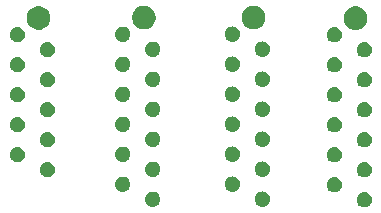
<source format=gbr>
G04 #@! TF.GenerationSoftware,KiCad,Pcbnew,5.0.2-bee76a0~70~ubuntu16.04.1*
G04 #@! TF.CreationDate,2019-11-05T16:08:15-05:00*
G04 #@! TF.ProjectId,DA_Board_2,44415f42-6f61-4726-945f-322e6b696361,rev?*
G04 #@! TF.SameCoordinates,Original*
G04 #@! TF.FileFunction,Soldermask,Bot*
G04 #@! TF.FilePolarity,Negative*
%FSLAX46Y46*%
G04 Gerber Fmt 4.6, Leading zero omitted, Abs format (unit mm)*
G04 Created by KiCad (PCBNEW 5.0.2-bee76a0~70~ubuntu16.04.1) date Tue 05 Nov 2019 04:08:15 PM EST*
%MOMM*%
%LPD*%
G01*
G04 APERTURE LIST*
%ADD10C,0.100000*%
G04 APERTURE END LIST*
D10*
G36*
X19134238Y-109539153D02*
X19176098Y-109547479D01*
X19202410Y-109558378D01*
X19294390Y-109596477D01*
X19400854Y-109667614D01*
X19491386Y-109758146D01*
X19562523Y-109864610D01*
X19611521Y-109982903D01*
X19636500Y-110108479D01*
X19636500Y-110236521D01*
X19611521Y-110362097D01*
X19562523Y-110480390D01*
X19491386Y-110586854D01*
X19400854Y-110677386D01*
X19294390Y-110748523D01*
X19210745Y-110783170D01*
X19176098Y-110797521D01*
X19134238Y-110805847D01*
X19050521Y-110822500D01*
X18922479Y-110822500D01*
X18838762Y-110805847D01*
X18796902Y-110797521D01*
X18762255Y-110783170D01*
X18678610Y-110748523D01*
X18572146Y-110677386D01*
X18481614Y-110586854D01*
X18410477Y-110480390D01*
X18361479Y-110362097D01*
X18336500Y-110236521D01*
X18336500Y-110108479D01*
X18361479Y-109982903D01*
X18410477Y-109864610D01*
X18481614Y-109758146D01*
X18572146Y-109667614D01*
X18678610Y-109596477D01*
X18770590Y-109558378D01*
X18796902Y-109547479D01*
X18838762Y-109539153D01*
X18922479Y-109522500D01*
X19050521Y-109522500D01*
X19134238Y-109539153D01*
X19134238Y-109539153D01*
G37*
G36*
X1214538Y-109501053D02*
X1256398Y-109509379D01*
X1288074Y-109522500D01*
X1374690Y-109558377D01*
X1481154Y-109629514D01*
X1571686Y-109720046D01*
X1642823Y-109826510D01*
X1691821Y-109944803D01*
X1716800Y-110070379D01*
X1716800Y-110198421D01*
X1691821Y-110323997D01*
X1642823Y-110442290D01*
X1571686Y-110548754D01*
X1481154Y-110639286D01*
X1374690Y-110710423D01*
X1291045Y-110745070D01*
X1256398Y-110759421D01*
X1214538Y-110767747D01*
X1130821Y-110784400D01*
X1002779Y-110784400D01*
X919062Y-110767747D01*
X877202Y-110759421D01*
X842555Y-110745070D01*
X758910Y-110710423D01*
X652446Y-110639286D01*
X561914Y-110548754D01*
X490777Y-110442290D01*
X441779Y-110323997D01*
X416800Y-110198421D01*
X416800Y-110070379D01*
X441779Y-109944803D01*
X490777Y-109826510D01*
X561914Y-109720046D01*
X652446Y-109629514D01*
X758910Y-109558377D01*
X845526Y-109522500D01*
X877202Y-109509379D01*
X919062Y-109501053D01*
X1002779Y-109484400D01*
X1130821Y-109484400D01*
X1214538Y-109501053D01*
X1214538Y-109501053D01*
G37*
G36*
X10478367Y-109484400D02*
X10540098Y-109496679D01*
X10570758Y-109509379D01*
X10658390Y-109545677D01*
X10764854Y-109616814D01*
X10855386Y-109707346D01*
X10926523Y-109813810D01*
X10975521Y-109932103D01*
X11000500Y-110057679D01*
X11000500Y-110185721D01*
X10975521Y-110311297D01*
X10926523Y-110429590D01*
X10855386Y-110536054D01*
X10764854Y-110626586D01*
X10658390Y-110697723D01*
X10574745Y-110732370D01*
X10540098Y-110746721D01*
X10498238Y-110755047D01*
X10414521Y-110771700D01*
X10286479Y-110771700D01*
X10202762Y-110755047D01*
X10160902Y-110746721D01*
X10126255Y-110732370D01*
X10042610Y-110697723D01*
X9936146Y-110626586D01*
X9845614Y-110536054D01*
X9774477Y-110429590D01*
X9725479Y-110311297D01*
X9700500Y-110185721D01*
X9700500Y-110057679D01*
X9725479Y-109932103D01*
X9774477Y-109813810D01*
X9845614Y-109707346D01*
X9936146Y-109616814D01*
X10042610Y-109545677D01*
X10130242Y-109509379D01*
X10160902Y-109496679D01*
X10222633Y-109484400D01*
X10286479Y-109471700D01*
X10414521Y-109471700D01*
X10478367Y-109484400D01*
X10478367Y-109484400D01*
G37*
G36*
X16594238Y-108269153D02*
X16636098Y-108277479D01*
X16662410Y-108288378D01*
X16754390Y-108326477D01*
X16860854Y-108397614D01*
X16951386Y-108488146D01*
X17022523Y-108594610D01*
X17071521Y-108712903D01*
X17096500Y-108838479D01*
X17096500Y-108966521D01*
X17071521Y-109092097D01*
X17022523Y-109210390D01*
X16951386Y-109316854D01*
X16860854Y-109407386D01*
X16754390Y-109478523D01*
X16679896Y-109509379D01*
X16636098Y-109527521D01*
X16594238Y-109535847D01*
X16510521Y-109552500D01*
X16382479Y-109552500D01*
X16298762Y-109535847D01*
X16256902Y-109527521D01*
X16213104Y-109509379D01*
X16138610Y-109478523D01*
X16032146Y-109407386D01*
X15941614Y-109316854D01*
X15870477Y-109210390D01*
X15821479Y-109092097D01*
X15796500Y-108966521D01*
X15796500Y-108838479D01*
X15821479Y-108712903D01*
X15870477Y-108594610D01*
X15941614Y-108488146D01*
X16032146Y-108397614D01*
X16138610Y-108326477D01*
X16230590Y-108288378D01*
X16256902Y-108277479D01*
X16298762Y-108269153D01*
X16382479Y-108252500D01*
X16510521Y-108252500D01*
X16594238Y-108269153D01*
X16594238Y-108269153D01*
G37*
G36*
X-1325462Y-108231053D02*
X-1283602Y-108239379D01*
X-1251926Y-108252500D01*
X-1165310Y-108288377D01*
X-1058846Y-108359514D01*
X-968314Y-108450046D01*
X-897177Y-108556510D01*
X-848179Y-108674803D01*
X-823200Y-108800379D01*
X-823200Y-108928421D01*
X-848179Y-109053997D01*
X-897177Y-109172290D01*
X-968314Y-109278754D01*
X-1058846Y-109369286D01*
X-1165310Y-109440423D01*
X-1240820Y-109471700D01*
X-1283602Y-109489421D01*
X-1320091Y-109496679D01*
X-1409179Y-109514400D01*
X-1537221Y-109514400D01*
X-1626309Y-109496679D01*
X-1662798Y-109489421D01*
X-1705580Y-109471700D01*
X-1781090Y-109440423D01*
X-1887554Y-109369286D01*
X-1978086Y-109278754D01*
X-2049223Y-109172290D01*
X-2098221Y-109053997D01*
X-2123200Y-108928421D01*
X-2123200Y-108800379D01*
X-2098221Y-108674803D01*
X-2049223Y-108556510D01*
X-1978086Y-108450046D01*
X-1887554Y-108359514D01*
X-1781090Y-108288377D01*
X-1694474Y-108252500D01*
X-1662798Y-108239379D01*
X-1620938Y-108231053D01*
X-1537221Y-108214400D01*
X-1409179Y-108214400D01*
X-1325462Y-108231053D01*
X-1325462Y-108231053D01*
G37*
G36*
X7938367Y-108214400D02*
X8000098Y-108226679D01*
X8030758Y-108239379D01*
X8118390Y-108275677D01*
X8224854Y-108346814D01*
X8315386Y-108437346D01*
X8386523Y-108543810D01*
X8435521Y-108662103D01*
X8460500Y-108787679D01*
X8460500Y-108915721D01*
X8435521Y-109041297D01*
X8386523Y-109159590D01*
X8315386Y-109266054D01*
X8224854Y-109356586D01*
X8118390Y-109427723D01*
X8034745Y-109462370D01*
X8000098Y-109476721D01*
X7961493Y-109484400D01*
X7874521Y-109501700D01*
X7746479Y-109501700D01*
X7659507Y-109484400D01*
X7620902Y-109476721D01*
X7586255Y-109462370D01*
X7502610Y-109427723D01*
X7396146Y-109356586D01*
X7305614Y-109266054D01*
X7234477Y-109159590D01*
X7185479Y-109041297D01*
X7160500Y-108915721D01*
X7160500Y-108787679D01*
X7185479Y-108662103D01*
X7234477Y-108543810D01*
X7305614Y-108437346D01*
X7396146Y-108346814D01*
X7502610Y-108275677D01*
X7590242Y-108239379D01*
X7620902Y-108226679D01*
X7682633Y-108214400D01*
X7746479Y-108201700D01*
X7874521Y-108201700D01*
X7938367Y-108214400D01*
X7938367Y-108214400D01*
G37*
G36*
X19134238Y-106999153D02*
X19176098Y-107007479D01*
X19202410Y-107018378D01*
X19294390Y-107056477D01*
X19400854Y-107127614D01*
X19491386Y-107218146D01*
X19562523Y-107324610D01*
X19611521Y-107442903D01*
X19636500Y-107568479D01*
X19636500Y-107696521D01*
X19611521Y-107822097D01*
X19562523Y-107940390D01*
X19491386Y-108046854D01*
X19400854Y-108137386D01*
X19294390Y-108208523D01*
X19219896Y-108239379D01*
X19176098Y-108257521D01*
X19134238Y-108265847D01*
X19050521Y-108282500D01*
X18922479Y-108282500D01*
X18838762Y-108265847D01*
X18796902Y-108257521D01*
X18753104Y-108239379D01*
X18678610Y-108208523D01*
X18572146Y-108137386D01*
X18481614Y-108046854D01*
X18410477Y-107940390D01*
X18361479Y-107822097D01*
X18336500Y-107696521D01*
X18336500Y-107568479D01*
X18361479Y-107442903D01*
X18410477Y-107324610D01*
X18481614Y-107218146D01*
X18572146Y-107127614D01*
X18678610Y-107056477D01*
X18770590Y-107018378D01*
X18796902Y-107007479D01*
X18838762Y-106999153D01*
X18922479Y-106982500D01*
X19050521Y-106982500D01*
X19134238Y-106999153D01*
X19134238Y-106999153D01*
G37*
G36*
X-7720733Y-106982500D02*
X-7659002Y-106994779D01*
X-7632690Y-107005678D01*
X-7540710Y-107043777D01*
X-7434246Y-107114914D01*
X-7343714Y-107205446D01*
X-7272577Y-107311910D01*
X-7223579Y-107430203D01*
X-7198600Y-107555779D01*
X-7198600Y-107683821D01*
X-7215253Y-107767538D01*
X-7218526Y-107783997D01*
X-7223579Y-107809397D01*
X-7272577Y-107927690D01*
X-7343714Y-108034154D01*
X-7434246Y-108124686D01*
X-7540710Y-108195823D01*
X-7615204Y-108226679D01*
X-7659002Y-108244821D01*
X-7697607Y-108252500D01*
X-7784579Y-108269800D01*
X-7912621Y-108269800D01*
X-7999593Y-108252500D01*
X-8038198Y-108244821D01*
X-8081996Y-108226679D01*
X-8156490Y-108195823D01*
X-8262954Y-108124686D01*
X-8353486Y-108034154D01*
X-8424623Y-107927690D01*
X-8473621Y-107809397D01*
X-8478673Y-107783997D01*
X-8481947Y-107767538D01*
X-8498600Y-107683821D01*
X-8498600Y-107555779D01*
X-8473621Y-107430203D01*
X-8424623Y-107311910D01*
X-8353486Y-107205446D01*
X-8262954Y-107114914D01*
X-8156490Y-107043777D01*
X-8064510Y-107005678D01*
X-8038198Y-106994779D01*
X-7976467Y-106982500D01*
X-7912621Y-106969800D01*
X-7784579Y-106969800D01*
X-7720733Y-106982500D01*
X-7720733Y-106982500D01*
G37*
G36*
X1214538Y-106961053D02*
X1256398Y-106969379D01*
X1288074Y-106982500D01*
X1374690Y-107018377D01*
X1481154Y-107089514D01*
X1571686Y-107180046D01*
X1642823Y-107286510D01*
X1658604Y-107324610D01*
X1691821Y-107404802D01*
X1699399Y-107442902D01*
X1716800Y-107530379D01*
X1716800Y-107658421D01*
X1691821Y-107783997D01*
X1642823Y-107902290D01*
X1571686Y-108008754D01*
X1481154Y-108099286D01*
X1374690Y-108170423D01*
X1313368Y-108195823D01*
X1256398Y-108219421D01*
X1219909Y-108226679D01*
X1130821Y-108244400D01*
X1002779Y-108244400D01*
X913691Y-108226679D01*
X877202Y-108219421D01*
X820232Y-108195823D01*
X758910Y-108170423D01*
X652446Y-108099286D01*
X561914Y-108008754D01*
X490777Y-107902290D01*
X441779Y-107783997D01*
X416800Y-107658421D01*
X416800Y-107530379D01*
X434201Y-107442902D01*
X441779Y-107404802D01*
X474996Y-107324610D01*
X490777Y-107286510D01*
X561914Y-107180046D01*
X652446Y-107089514D01*
X758910Y-107018377D01*
X845526Y-106982500D01*
X877202Y-106969379D01*
X919062Y-106961053D01*
X1002779Y-106944400D01*
X1130821Y-106944400D01*
X1214538Y-106961053D01*
X1214538Y-106961053D01*
G37*
G36*
X10478367Y-106944400D02*
X10540098Y-106956679D01*
X10570758Y-106969379D01*
X10658390Y-107005677D01*
X10764854Y-107076814D01*
X10855386Y-107167346D01*
X10926523Y-107273810D01*
X10975521Y-107392103D01*
X11000500Y-107517679D01*
X11000500Y-107645721D01*
X10975521Y-107771297D01*
X10926523Y-107889590D01*
X10855386Y-107996054D01*
X10764854Y-108086586D01*
X10658390Y-108157723D01*
X10574745Y-108192370D01*
X10540098Y-108206721D01*
X10501493Y-108214400D01*
X10414521Y-108231700D01*
X10286479Y-108231700D01*
X10199507Y-108214400D01*
X10160902Y-108206721D01*
X10126255Y-108192370D01*
X10042610Y-108157723D01*
X9936146Y-108086586D01*
X9845614Y-107996054D01*
X9774477Y-107889590D01*
X9725479Y-107771297D01*
X9700500Y-107645721D01*
X9700500Y-107517679D01*
X9725479Y-107392103D01*
X9774477Y-107273810D01*
X9845614Y-107167346D01*
X9936146Y-107076814D01*
X10042610Y-107005677D01*
X10130242Y-106969379D01*
X10160902Y-106956679D01*
X10222633Y-106944400D01*
X10286479Y-106931700D01*
X10414521Y-106931700D01*
X10478367Y-106944400D01*
X10478367Y-106944400D01*
G37*
G36*
X16594238Y-105729153D02*
X16636098Y-105737479D01*
X16662410Y-105748378D01*
X16754390Y-105786477D01*
X16860854Y-105857614D01*
X16951386Y-105948146D01*
X17022523Y-106054610D01*
X17071521Y-106172903D01*
X17096500Y-106298479D01*
X17096500Y-106426521D01*
X17071521Y-106552097D01*
X17022523Y-106670390D01*
X16951386Y-106776854D01*
X16860854Y-106867386D01*
X16754390Y-106938523D01*
X16679896Y-106969379D01*
X16636098Y-106987521D01*
X16599609Y-106994779D01*
X16510521Y-107012500D01*
X16382479Y-107012500D01*
X16293391Y-106994779D01*
X16256902Y-106987521D01*
X16213104Y-106969379D01*
X16138610Y-106938523D01*
X16032146Y-106867386D01*
X15941614Y-106776854D01*
X15870477Y-106670390D01*
X15821479Y-106552097D01*
X15796500Y-106426521D01*
X15796500Y-106298479D01*
X15821479Y-106172903D01*
X15870477Y-106054610D01*
X15941614Y-105948146D01*
X16032146Y-105857614D01*
X16138610Y-105786477D01*
X16230590Y-105748378D01*
X16256902Y-105737479D01*
X16298762Y-105729153D01*
X16382479Y-105712500D01*
X16510521Y-105712500D01*
X16594238Y-105729153D01*
X16594238Y-105729153D01*
G37*
G36*
X-10260733Y-105712500D02*
X-10199002Y-105724779D01*
X-10172690Y-105735678D01*
X-10080710Y-105773777D01*
X-9974246Y-105844914D01*
X-9883714Y-105935446D01*
X-9812577Y-106041910D01*
X-9763579Y-106160203D01*
X-9738600Y-106285779D01*
X-9738600Y-106413821D01*
X-9755253Y-106497538D01*
X-9758526Y-106513997D01*
X-9763579Y-106539397D01*
X-9812577Y-106657690D01*
X-9883714Y-106764154D01*
X-9974246Y-106854686D01*
X-10080710Y-106925823D01*
X-10155204Y-106956679D01*
X-10199002Y-106974821D01*
X-10237607Y-106982500D01*
X-10324579Y-106999800D01*
X-10452621Y-106999800D01*
X-10539593Y-106982500D01*
X-10578198Y-106974821D01*
X-10621996Y-106956679D01*
X-10696490Y-106925823D01*
X-10802954Y-106854686D01*
X-10893486Y-106764154D01*
X-10964623Y-106657690D01*
X-11013621Y-106539397D01*
X-11018673Y-106513997D01*
X-11021947Y-106497538D01*
X-11038600Y-106413821D01*
X-11038600Y-106285779D01*
X-11013621Y-106160203D01*
X-10964623Y-106041910D01*
X-10893486Y-105935446D01*
X-10802954Y-105844914D01*
X-10696490Y-105773777D01*
X-10604510Y-105735678D01*
X-10578198Y-105724779D01*
X-10516467Y-105712500D01*
X-10452621Y-105699800D01*
X-10324579Y-105699800D01*
X-10260733Y-105712500D01*
X-10260733Y-105712500D01*
G37*
G36*
X-1325462Y-105691053D02*
X-1283602Y-105699379D01*
X-1251926Y-105712500D01*
X-1165310Y-105748377D01*
X-1058846Y-105819514D01*
X-968314Y-105910046D01*
X-897177Y-106016510D01*
X-881396Y-106054610D01*
X-848179Y-106134802D01*
X-840601Y-106172902D01*
X-823200Y-106260379D01*
X-823200Y-106388421D01*
X-848179Y-106513997D01*
X-897177Y-106632290D01*
X-968314Y-106738754D01*
X-1058846Y-106829286D01*
X-1165310Y-106900423D01*
X-1226632Y-106925823D01*
X-1283602Y-106949421D01*
X-1320091Y-106956679D01*
X-1409179Y-106974400D01*
X-1537221Y-106974400D01*
X-1626309Y-106956679D01*
X-1662798Y-106949421D01*
X-1719768Y-106925823D01*
X-1781090Y-106900423D01*
X-1887554Y-106829286D01*
X-1978086Y-106738754D01*
X-2049223Y-106632290D01*
X-2098221Y-106513997D01*
X-2123200Y-106388421D01*
X-2123200Y-106260379D01*
X-2105799Y-106172902D01*
X-2098221Y-106134802D01*
X-2065004Y-106054610D01*
X-2049223Y-106016510D01*
X-1978086Y-105910046D01*
X-1887554Y-105819514D01*
X-1781090Y-105748377D01*
X-1694474Y-105712500D01*
X-1662798Y-105699379D01*
X-1620938Y-105691053D01*
X-1537221Y-105674400D01*
X-1409179Y-105674400D01*
X-1325462Y-105691053D01*
X-1325462Y-105691053D01*
G37*
G36*
X7938367Y-105674400D02*
X8000098Y-105686679D01*
X8030758Y-105699379D01*
X8118390Y-105735677D01*
X8224854Y-105806814D01*
X8315386Y-105897346D01*
X8386523Y-106003810D01*
X8435521Y-106122103D01*
X8460500Y-106247679D01*
X8460500Y-106375721D01*
X8435521Y-106501297D01*
X8386523Y-106619590D01*
X8315386Y-106726054D01*
X8224854Y-106816586D01*
X8118390Y-106887723D01*
X8034745Y-106922370D01*
X8000098Y-106936721D01*
X7961493Y-106944400D01*
X7874521Y-106961700D01*
X7746479Y-106961700D01*
X7659507Y-106944400D01*
X7620902Y-106936721D01*
X7586255Y-106922370D01*
X7502610Y-106887723D01*
X7396146Y-106816586D01*
X7305614Y-106726054D01*
X7234477Y-106619590D01*
X7185479Y-106501297D01*
X7160500Y-106375721D01*
X7160500Y-106247679D01*
X7185479Y-106122103D01*
X7234477Y-106003810D01*
X7305614Y-105897346D01*
X7396146Y-105806814D01*
X7502610Y-105735677D01*
X7590242Y-105699379D01*
X7620902Y-105686679D01*
X7682633Y-105674400D01*
X7746479Y-105661700D01*
X7874521Y-105661700D01*
X7938367Y-105674400D01*
X7938367Y-105674400D01*
G37*
G36*
X19134238Y-104459153D02*
X19176098Y-104467479D01*
X19202410Y-104478378D01*
X19294390Y-104516477D01*
X19400854Y-104587614D01*
X19491386Y-104678146D01*
X19562523Y-104784610D01*
X19611521Y-104902903D01*
X19636500Y-105028479D01*
X19636500Y-105156521D01*
X19611521Y-105282097D01*
X19562523Y-105400390D01*
X19491386Y-105506854D01*
X19400854Y-105597386D01*
X19294390Y-105668523D01*
X19219896Y-105699379D01*
X19176098Y-105717521D01*
X19139609Y-105724779D01*
X19050521Y-105742500D01*
X18922479Y-105742500D01*
X18833391Y-105724779D01*
X18796902Y-105717521D01*
X18753104Y-105699379D01*
X18678610Y-105668523D01*
X18572146Y-105597386D01*
X18481614Y-105506854D01*
X18410477Y-105400390D01*
X18361479Y-105282097D01*
X18336500Y-105156521D01*
X18336500Y-105028479D01*
X18361479Y-104902903D01*
X18410477Y-104784610D01*
X18481614Y-104678146D01*
X18572146Y-104587614D01*
X18678610Y-104516477D01*
X18770590Y-104478378D01*
X18796902Y-104467479D01*
X18838762Y-104459153D01*
X18922479Y-104442500D01*
X19050521Y-104442500D01*
X19134238Y-104459153D01*
X19134238Y-104459153D01*
G37*
G36*
X-7720733Y-104442500D02*
X-7659002Y-104454779D01*
X-7632690Y-104465678D01*
X-7540710Y-104503777D01*
X-7434246Y-104574914D01*
X-7343714Y-104665446D01*
X-7272577Y-104771910D01*
X-7223579Y-104890203D01*
X-7198600Y-105015779D01*
X-7198600Y-105143821D01*
X-7215253Y-105227538D01*
X-7218526Y-105243997D01*
X-7223579Y-105269397D01*
X-7272577Y-105387690D01*
X-7343714Y-105494154D01*
X-7434246Y-105584686D01*
X-7540710Y-105655823D01*
X-7615204Y-105686679D01*
X-7659002Y-105704821D01*
X-7697607Y-105712500D01*
X-7784579Y-105729800D01*
X-7912621Y-105729800D01*
X-7999593Y-105712500D01*
X-8038198Y-105704821D01*
X-8081996Y-105686679D01*
X-8156490Y-105655823D01*
X-8262954Y-105584686D01*
X-8353486Y-105494154D01*
X-8424623Y-105387690D01*
X-8473621Y-105269397D01*
X-8478673Y-105243997D01*
X-8481947Y-105227538D01*
X-8498600Y-105143821D01*
X-8498600Y-105015779D01*
X-8473621Y-104890203D01*
X-8424623Y-104771910D01*
X-8353486Y-104665446D01*
X-8262954Y-104574914D01*
X-8156490Y-104503777D01*
X-8064510Y-104465678D01*
X-8038198Y-104454779D01*
X-7976467Y-104442500D01*
X-7912621Y-104429800D01*
X-7784579Y-104429800D01*
X-7720733Y-104442500D01*
X-7720733Y-104442500D01*
G37*
G36*
X1214538Y-104421053D02*
X1256398Y-104429379D01*
X1288074Y-104442500D01*
X1374690Y-104478377D01*
X1481154Y-104549514D01*
X1571686Y-104640046D01*
X1642823Y-104746510D01*
X1658604Y-104784610D01*
X1691821Y-104864802D01*
X1699399Y-104902902D01*
X1716800Y-104990379D01*
X1716800Y-105118421D01*
X1691821Y-105243997D01*
X1642823Y-105362290D01*
X1571686Y-105468754D01*
X1481154Y-105559286D01*
X1374690Y-105630423D01*
X1313368Y-105655823D01*
X1256398Y-105679421D01*
X1219909Y-105686679D01*
X1130821Y-105704400D01*
X1002779Y-105704400D01*
X913691Y-105686679D01*
X877202Y-105679421D01*
X820232Y-105655823D01*
X758910Y-105630423D01*
X652446Y-105559286D01*
X561914Y-105468754D01*
X490777Y-105362290D01*
X441779Y-105243997D01*
X416800Y-105118421D01*
X416800Y-104990379D01*
X434201Y-104902902D01*
X441779Y-104864802D01*
X474996Y-104784610D01*
X490777Y-104746510D01*
X561914Y-104640046D01*
X652446Y-104549514D01*
X758910Y-104478377D01*
X845526Y-104442500D01*
X877202Y-104429379D01*
X919062Y-104421053D01*
X1002779Y-104404400D01*
X1130821Y-104404400D01*
X1214538Y-104421053D01*
X1214538Y-104421053D01*
G37*
G36*
X10478367Y-104404400D02*
X10540098Y-104416679D01*
X10570758Y-104429379D01*
X10658390Y-104465677D01*
X10764854Y-104536814D01*
X10855386Y-104627346D01*
X10926523Y-104733810D01*
X10975521Y-104852103D01*
X11000500Y-104977679D01*
X11000500Y-105105721D01*
X10975521Y-105231297D01*
X10926523Y-105349590D01*
X10855386Y-105456054D01*
X10764854Y-105546586D01*
X10658390Y-105617723D01*
X10574745Y-105652370D01*
X10540098Y-105666721D01*
X10501493Y-105674400D01*
X10414521Y-105691700D01*
X10286479Y-105691700D01*
X10199507Y-105674400D01*
X10160902Y-105666721D01*
X10126255Y-105652370D01*
X10042610Y-105617723D01*
X9936146Y-105546586D01*
X9845614Y-105456054D01*
X9774477Y-105349590D01*
X9725479Y-105231297D01*
X9700500Y-105105721D01*
X9700500Y-104977679D01*
X9725479Y-104852103D01*
X9774477Y-104733810D01*
X9845614Y-104627346D01*
X9936146Y-104536814D01*
X10042610Y-104465677D01*
X10130242Y-104429379D01*
X10160902Y-104416679D01*
X10222633Y-104404400D01*
X10286479Y-104391700D01*
X10414521Y-104391700D01*
X10478367Y-104404400D01*
X10478367Y-104404400D01*
G37*
G36*
X16594238Y-103189153D02*
X16636098Y-103197479D01*
X16662410Y-103208378D01*
X16754390Y-103246477D01*
X16860854Y-103317614D01*
X16951386Y-103408146D01*
X17022523Y-103514610D01*
X17071521Y-103632903D01*
X17096500Y-103758479D01*
X17096500Y-103886521D01*
X17071521Y-104012097D01*
X17022523Y-104130390D01*
X16951386Y-104236854D01*
X16860854Y-104327386D01*
X16754390Y-104398523D01*
X16679896Y-104429379D01*
X16636098Y-104447521D01*
X16599609Y-104454779D01*
X16510521Y-104472500D01*
X16382479Y-104472500D01*
X16293391Y-104454779D01*
X16256902Y-104447521D01*
X16213104Y-104429379D01*
X16138610Y-104398523D01*
X16032146Y-104327386D01*
X15941614Y-104236854D01*
X15870477Y-104130390D01*
X15821479Y-104012097D01*
X15796500Y-103886521D01*
X15796500Y-103758479D01*
X15821479Y-103632903D01*
X15870477Y-103514610D01*
X15941614Y-103408146D01*
X16032146Y-103317614D01*
X16138610Y-103246477D01*
X16230590Y-103208378D01*
X16256902Y-103197479D01*
X16298762Y-103189153D01*
X16382479Y-103172500D01*
X16510521Y-103172500D01*
X16594238Y-103189153D01*
X16594238Y-103189153D01*
G37*
G36*
X-10260733Y-103172500D02*
X-10199002Y-103184779D01*
X-10172690Y-103195678D01*
X-10080710Y-103233777D01*
X-9974246Y-103304914D01*
X-9883714Y-103395446D01*
X-9812577Y-103501910D01*
X-9763579Y-103620203D01*
X-9738600Y-103745779D01*
X-9738600Y-103873821D01*
X-9755253Y-103957538D01*
X-9758526Y-103973997D01*
X-9763579Y-103999397D01*
X-9812577Y-104117690D01*
X-9883714Y-104224154D01*
X-9974246Y-104314686D01*
X-10080710Y-104385823D01*
X-10155204Y-104416679D01*
X-10199002Y-104434821D01*
X-10237607Y-104442500D01*
X-10324579Y-104459800D01*
X-10452621Y-104459800D01*
X-10539593Y-104442500D01*
X-10578198Y-104434821D01*
X-10621996Y-104416679D01*
X-10696490Y-104385823D01*
X-10802954Y-104314686D01*
X-10893486Y-104224154D01*
X-10964623Y-104117690D01*
X-11013621Y-103999397D01*
X-11018673Y-103973997D01*
X-11021947Y-103957538D01*
X-11038600Y-103873821D01*
X-11038600Y-103745779D01*
X-11013621Y-103620203D01*
X-10964623Y-103501910D01*
X-10893486Y-103395446D01*
X-10802954Y-103304914D01*
X-10696490Y-103233777D01*
X-10604510Y-103195678D01*
X-10578198Y-103184779D01*
X-10516467Y-103172500D01*
X-10452621Y-103159800D01*
X-10324579Y-103159800D01*
X-10260733Y-103172500D01*
X-10260733Y-103172500D01*
G37*
G36*
X-1325462Y-103151053D02*
X-1283602Y-103159379D01*
X-1251926Y-103172500D01*
X-1165310Y-103208377D01*
X-1058846Y-103279514D01*
X-968314Y-103370046D01*
X-897177Y-103476510D01*
X-881396Y-103514610D01*
X-848179Y-103594802D01*
X-840601Y-103632902D01*
X-823200Y-103720379D01*
X-823200Y-103848421D01*
X-848179Y-103973997D01*
X-897177Y-104092290D01*
X-968314Y-104198754D01*
X-1058846Y-104289286D01*
X-1165310Y-104360423D01*
X-1226632Y-104385823D01*
X-1283602Y-104409421D01*
X-1320091Y-104416679D01*
X-1409179Y-104434400D01*
X-1537221Y-104434400D01*
X-1626309Y-104416679D01*
X-1662798Y-104409421D01*
X-1719768Y-104385823D01*
X-1781090Y-104360423D01*
X-1887554Y-104289286D01*
X-1978086Y-104198754D01*
X-2049223Y-104092290D01*
X-2098221Y-103973997D01*
X-2123200Y-103848421D01*
X-2123200Y-103720379D01*
X-2105799Y-103632902D01*
X-2098221Y-103594802D01*
X-2065004Y-103514610D01*
X-2049223Y-103476510D01*
X-1978086Y-103370046D01*
X-1887554Y-103279514D01*
X-1781090Y-103208377D01*
X-1694474Y-103172500D01*
X-1662798Y-103159379D01*
X-1620938Y-103151053D01*
X-1537221Y-103134400D01*
X-1409179Y-103134400D01*
X-1325462Y-103151053D01*
X-1325462Y-103151053D01*
G37*
G36*
X7938367Y-103134400D02*
X8000098Y-103146679D01*
X8030758Y-103159379D01*
X8118390Y-103195677D01*
X8224854Y-103266814D01*
X8315386Y-103357346D01*
X8386523Y-103463810D01*
X8435521Y-103582103D01*
X8460500Y-103707679D01*
X8460500Y-103835721D01*
X8435521Y-103961297D01*
X8386523Y-104079590D01*
X8315386Y-104186054D01*
X8224854Y-104276586D01*
X8118390Y-104347723D01*
X8034745Y-104382370D01*
X8000098Y-104396721D01*
X7961493Y-104404400D01*
X7874521Y-104421700D01*
X7746479Y-104421700D01*
X7659507Y-104404400D01*
X7620902Y-104396721D01*
X7586255Y-104382370D01*
X7502610Y-104347723D01*
X7396146Y-104276586D01*
X7305614Y-104186054D01*
X7234477Y-104079590D01*
X7185479Y-103961297D01*
X7160500Y-103835721D01*
X7160500Y-103707679D01*
X7185479Y-103582103D01*
X7234477Y-103463810D01*
X7305614Y-103357346D01*
X7396146Y-103266814D01*
X7502610Y-103195677D01*
X7590242Y-103159379D01*
X7620902Y-103146679D01*
X7682633Y-103134400D01*
X7746479Y-103121700D01*
X7874521Y-103121700D01*
X7938367Y-103134400D01*
X7938367Y-103134400D01*
G37*
G36*
X19134238Y-101919153D02*
X19176098Y-101927479D01*
X19202410Y-101938378D01*
X19294390Y-101976477D01*
X19400854Y-102047614D01*
X19491386Y-102138146D01*
X19562523Y-102244610D01*
X19611521Y-102362903D01*
X19636500Y-102488479D01*
X19636500Y-102616521D01*
X19611521Y-102742097D01*
X19562523Y-102860390D01*
X19491386Y-102966854D01*
X19400854Y-103057386D01*
X19294390Y-103128523D01*
X19219896Y-103159379D01*
X19176098Y-103177521D01*
X19139609Y-103184779D01*
X19050521Y-103202500D01*
X18922479Y-103202500D01*
X18833391Y-103184779D01*
X18796902Y-103177521D01*
X18753104Y-103159379D01*
X18678610Y-103128523D01*
X18572146Y-103057386D01*
X18481614Y-102966854D01*
X18410477Y-102860390D01*
X18361479Y-102742097D01*
X18336500Y-102616521D01*
X18336500Y-102488479D01*
X18361479Y-102362903D01*
X18410477Y-102244610D01*
X18481614Y-102138146D01*
X18572146Y-102047614D01*
X18678610Y-101976477D01*
X18770590Y-101938378D01*
X18796902Y-101927479D01*
X18838762Y-101919153D01*
X18922479Y-101902500D01*
X19050521Y-101902500D01*
X19134238Y-101919153D01*
X19134238Y-101919153D01*
G37*
G36*
X-7720733Y-101902500D02*
X-7659002Y-101914779D01*
X-7632690Y-101925678D01*
X-7540710Y-101963777D01*
X-7434246Y-102034914D01*
X-7343714Y-102125446D01*
X-7272577Y-102231910D01*
X-7223579Y-102350203D01*
X-7198600Y-102475779D01*
X-7198600Y-102603821D01*
X-7215253Y-102687538D01*
X-7218526Y-102703997D01*
X-7223579Y-102729397D01*
X-7272577Y-102847690D01*
X-7343714Y-102954154D01*
X-7434246Y-103044686D01*
X-7540710Y-103115823D01*
X-7615204Y-103146679D01*
X-7659002Y-103164821D01*
X-7697607Y-103172500D01*
X-7784579Y-103189800D01*
X-7912621Y-103189800D01*
X-7999593Y-103172500D01*
X-8038198Y-103164821D01*
X-8081996Y-103146679D01*
X-8156490Y-103115823D01*
X-8262954Y-103044686D01*
X-8353486Y-102954154D01*
X-8424623Y-102847690D01*
X-8473621Y-102729397D01*
X-8478673Y-102703997D01*
X-8481947Y-102687538D01*
X-8498600Y-102603821D01*
X-8498600Y-102475779D01*
X-8473621Y-102350203D01*
X-8424623Y-102231910D01*
X-8353486Y-102125446D01*
X-8262954Y-102034914D01*
X-8156490Y-101963777D01*
X-8064510Y-101925678D01*
X-8038198Y-101914779D01*
X-7976467Y-101902500D01*
X-7912621Y-101889800D01*
X-7784579Y-101889800D01*
X-7720733Y-101902500D01*
X-7720733Y-101902500D01*
G37*
G36*
X1214538Y-101881053D02*
X1256398Y-101889379D01*
X1288074Y-101902500D01*
X1374690Y-101938377D01*
X1481154Y-102009514D01*
X1571686Y-102100046D01*
X1642823Y-102206510D01*
X1658604Y-102244610D01*
X1691821Y-102324802D01*
X1699399Y-102362902D01*
X1716800Y-102450379D01*
X1716800Y-102578421D01*
X1691821Y-102703997D01*
X1642823Y-102822290D01*
X1571686Y-102928754D01*
X1481154Y-103019286D01*
X1374690Y-103090423D01*
X1313368Y-103115823D01*
X1256398Y-103139421D01*
X1219909Y-103146679D01*
X1130821Y-103164400D01*
X1002779Y-103164400D01*
X913691Y-103146679D01*
X877202Y-103139421D01*
X820232Y-103115823D01*
X758910Y-103090423D01*
X652446Y-103019286D01*
X561914Y-102928754D01*
X490777Y-102822290D01*
X441779Y-102703997D01*
X416800Y-102578421D01*
X416800Y-102450379D01*
X434201Y-102362902D01*
X441779Y-102324802D01*
X474996Y-102244610D01*
X490777Y-102206510D01*
X561914Y-102100046D01*
X652446Y-102009514D01*
X758910Y-101938377D01*
X845526Y-101902500D01*
X877202Y-101889379D01*
X919062Y-101881053D01*
X1002779Y-101864400D01*
X1130821Y-101864400D01*
X1214538Y-101881053D01*
X1214538Y-101881053D01*
G37*
G36*
X10478367Y-101864400D02*
X10540098Y-101876679D01*
X10570758Y-101889379D01*
X10658390Y-101925677D01*
X10764854Y-101996814D01*
X10855386Y-102087346D01*
X10926523Y-102193810D01*
X10975521Y-102312103D01*
X11000500Y-102437679D01*
X11000500Y-102565721D01*
X10975521Y-102691297D01*
X10926523Y-102809590D01*
X10855386Y-102916054D01*
X10764854Y-103006586D01*
X10658390Y-103077723D01*
X10574745Y-103112370D01*
X10540098Y-103126721D01*
X10501493Y-103134400D01*
X10414521Y-103151700D01*
X10286479Y-103151700D01*
X10199507Y-103134400D01*
X10160902Y-103126721D01*
X10126255Y-103112370D01*
X10042610Y-103077723D01*
X9936146Y-103006586D01*
X9845614Y-102916054D01*
X9774477Y-102809590D01*
X9725479Y-102691297D01*
X9700500Y-102565721D01*
X9700500Y-102437679D01*
X9725479Y-102312103D01*
X9774477Y-102193810D01*
X9845614Y-102087346D01*
X9936146Y-101996814D01*
X10042610Y-101925677D01*
X10130242Y-101889379D01*
X10160902Y-101876679D01*
X10222633Y-101864400D01*
X10286479Y-101851700D01*
X10414521Y-101851700D01*
X10478367Y-101864400D01*
X10478367Y-101864400D01*
G37*
G36*
X16594238Y-100649153D02*
X16636098Y-100657479D01*
X16662410Y-100668378D01*
X16754390Y-100706477D01*
X16860854Y-100777614D01*
X16951386Y-100868146D01*
X17022523Y-100974610D01*
X17071521Y-101092903D01*
X17096500Y-101218479D01*
X17096500Y-101346521D01*
X17071521Y-101472097D01*
X17022523Y-101590390D01*
X16951386Y-101696854D01*
X16860854Y-101787386D01*
X16754390Y-101858523D01*
X16679896Y-101889379D01*
X16636098Y-101907521D01*
X16599609Y-101914779D01*
X16510521Y-101932500D01*
X16382479Y-101932500D01*
X16293391Y-101914779D01*
X16256902Y-101907521D01*
X16213104Y-101889379D01*
X16138610Y-101858523D01*
X16032146Y-101787386D01*
X15941614Y-101696854D01*
X15870477Y-101590390D01*
X15821479Y-101472097D01*
X15796500Y-101346521D01*
X15796500Y-101218479D01*
X15821479Y-101092903D01*
X15870477Y-100974610D01*
X15941614Y-100868146D01*
X16032146Y-100777614D01*
X16138610Y-100706477D01*
X16230590Y-100668378D01*
X16256902Y-100657479D01*
X16298762Y-100649153D01*
X16382479Y-100632500D01*
X16510521Y-100632500D01*
X16594238Y-100649153D01*
X16594238Y-100649153D01*
G37*
G36*
X-10260733Y-100632500D02*
X-10199002Y-100644779D01*
X-10172690Y-100655678D01*
X-10080710Y-100693777D01*
X-9974246Y-100764914D01*
X-9883714Y-100855446D01*
X-9812577Y-100961910D01*
X-9763579Y-101080203D01*
X-9738600Y-101205779D01*
X-9738600Y-101333821D01*
X-9755253Y-101417538D01*
X-9758526Y-101433997D01*
X-9763579Y-101459397D01*
X-9812577Y-101577690D01*
X-9883714Y-101684154D01*
X-9974246Y-101774686D01*
X-10080710Y-101845823D01*
X-10155204Y-101876679D01*
X-10199002Y-101894821D01*
X-10237607Y-101902500D01*
X-10324579Y-101919800D01*
X-10452621Y-101919800D01*
X-10539593Y-101902500D01*
X-10578198Y-101894821D01*
X-10621996Y-101876679D01*
X-10696490Y-101845823D01*
X-10802954Y-101774686D01*
X-10893486Y-101684154D01*
X-10964623Y-101577690D01*
X-11013621Y-101459397D01*
X-11018673Y-101433997D01*
X-11021947Y-101417538D01*
X-11038600Y-101333821D01*
X-11038600Y-101205779D01*
X-11013621Y-101080203D01*
X-10964623Y-100961910D01*
X-10893486Y-100855446D01*
X-10802954Y-100764914D01*
X-10696490Y-100693777D01*
X-10604510Y-100655678D01*
X-10578198Y-100644779D01*
X-10516467Y-100632500D01*
X-10452621Y-100619800D01*
X-10324579Y-100619800D01*
X-10260733Y-100632500D01*
X-10260733Y-100632500D01*
G37*
G36*
X-1325462Y-100611053D02*
X-1283602Y-100619379D01*
X-1251926Y-100632500D01*
X-1165310Y-100668377D01*
X-1058846Y-100739514D01*
X-968314Y-100830046D01*
X-897177Y-100936510D01*
X-881396Y-100974610D01*
X-848179Y-101054802D01*
X-840601Y-101092902D01*
X-823200Y-101180379D01*
X-823200Y-101308421D01*
X-848179Y-101433997D01*
X-897177Y-101552290D01*
X-968314Y-101658754D01*
X-1058846Y-101749286D01*
X-1165310Y-101820423D01*
X-1226632Y-101845823D01*
X-1283602Y-101869421D01*
X-1320091Y-101876679D01*
X-1409179Y-101894400D01*
X-1537221Y-101894400D01*
X-1626309Y-101876679D01*
X-1662798Y-101869421D01*
X-1719768Y-101845823D01*
X-1781090Y-101820423D01*
X-1887554Y-101749286D01*
X-1978086Y-101658754D01*
X-2049223Y-101552290D01*
X-2098221Y-101433997D01*
X-2123200Y-101308421D01*
X-2123200Y-101180379D01*
X-2105799Y-101092902D01*
X-2098221Y-101054802D01*
X-2065004Y-100974610D01*
X-2049223Y-100936510D01*
X-1978086Y-100830046D01*
X-1887554Y-100739514D01*
X-1781090Y-100668377D01*
X-1694474Y-100632500D01*
X-1662798Y-100619379D01*
X-1620938Y-100611053D01*
X-1537221Y-100594400D01*
X-1409179Y-100594400D01*
X-1325462Y-100611053D01*
X-1325462Y-100611053D01*
G37*
G36*
X7938367Y-100594400D02*
X8000098Y-100606679D01*
X8030758Y-100619379D01*
X8118390Y-100655677D01*
X8224854Y-100726814D01*
X8315386Y-100817346D01*
X8386523Y-100923810D01*
X8435521Y-101042103D01*
X8460500Y-101167679D01*
X8460500Y-101295721D01*
X8435521Y-101421297D01*
X8386523Y-101539590D01*
X8315386Y-101646054D01*
X8224854Y-101736586D01*
X8118390Y-101807723D01*
X8034745Y-101842370D01*
X8000098Y-101856721D01*
X7961493Y-101864400D01*
X7874521Y-101881700D01*
X7746479Y-101881700D01*
X7659507Y-101864400D01*
X7620902Y-101856721D01*
X7586255Y-101842370D01*
X7502610Y-101807723D01*
X7396146Y-101736586D01*
X7305614Y-101646054D01*
X7234477Y-101539590D01*
X7185479Y-101421297D01*
X7160500Y-101295721D01*
X7160500Y-101167679D01*
X7185479Y-101042103D01*
X7234477Y-100923810D01*
X7305614Y-100817346D01*
X7396146Y-100726814D01*
X7502610Y-100655677D01*
X7590242Y-100619379D01*
X7620902Y-100606679D01*
X7682633Y-100594400D01*
X7746479Y-100581700D01*
X7874521Y-100581700D01*
X7938367Y-100594400D01*
X7938367Y-100594400D01*
G37*
G36*
X19134238Y-99379153D02*
X19176098Y-99387479D01*
X19202410Y-99398378D01*
X19294390Y-99436477D01*
X19400854Y-99507614D01*
X19491386Y-99598146D01*
X19562523Y-99704610D01*
X19611521Y-99822903D01*
X19636500Y-99948479D01*
X19636500Y-100076521D01*
X19611521Y-100202097D01*
X19562523Y-100320390D01*
X19491386Y-100426854D01*
X19400854Y-100517386D01*
X19294390Y-100588523D01*
X19219896Y-100619379D01*
X19176098Y-100637521D01*
X19139609Y-100644779D01*
X19050521Y-100662500D01*
X18922479Y-100662500D01*
X18833391Y-100644779D01*
X18796902Y-100637521D01*
X18753104Y-100619379D01*
X18678610Y-100588523D01*
X18572146Y-100517386D01*
X18481614Y-100426854D01*
X18410477Y-100320390D01*
X18361479Y-100202097D01*
X18336500Y-100076521D01*
X18336500Y-99948479D01*
X18361479Y-99822903D01*
X18410477Y-99704610D01*
X18481614Y-99598146D01*
X18572146Y-99507614D01*
X18678610Y-99436477D01*
X18770590Y-99398378D01*
X18796902Y-99387479D01*
X18838762Y-99379153D01*
X18922479Y-99362500D01*
X19050521Y-99362500D01*
X19134238Y-99379153D01*
X19134238Y-99379153D01*
G37*
G36*
X-7720733Y-99362500D02*
X-7659002Y-99374779D01*
X-7632690Y-99385678D01*
X-7540710Y-99423777D01*
X-7434246Y-99494914D01*
X-7343714Y-99585446D01*
X-7272577Y-99691910D01*
X-7223579Y-99810203D01*
X-7198600Y-99935779D01*
X-7198600Y-100063821D01*
X-7215253Y-100147538D01*
X-7218526Y-100163997D01*
X-7223579Y-100189397D01*
X-7272577Y-100307690D01*
X-7343714Y-100414154D01*
X-7434246Y-100504686D01*
X-7540710Y-100575823D01*
X-7615204Y-100606679D01*
X-7659002Y-100624821D01*
X-7697607Y-100632500D01*
X-7784579Y-100649800D01*
X-7912621Y-100649800D01*
X-7999593Y-100632500D01*
X-8038198Y-100624821D01*
X-8081996Y-100606679D01*
X-8156490Y-100575823D01*
X-8262954Y-100504686D01*
X-8353486Y-100414154D01*
X-8424623Y-100307690D01*
X-8473621Y-100189397D01*
X-8478673Y-100163997D01*
X-8481947Y-100147538D01*
X-8498600Y-100063821D01*
X-8498600Y-99935779D01*
X-8473621Y-99810203D01*
X-8424623Y-99691910D01*
X-8353486Y-99585446D01*
X-8262954Y-99494914D01*
X-8156490Y-99423777D01*
X-8064510Y-99385678D01*
X-8038198Y-99374779D01*
X-7976467Y-99362500D01*
X-7912621Y-99349800D01*
X-7784579Y-99349800D01*
X-7720733Y-99362500D01*
X-7720733Y-99362500D01*
G37*
G36*
X1214538Y-99341053D02*
X1256398Y-99349379D01*
X1288074Y-99362500D01*
X1374690Y-99398377D01*
X1481154Y-99469514D01*
X1571686Y-99560046D01*
X1642823Y-99666510D01*
X1658604Y-99704610D01*
X1691821Y-99784802D01*
X1699399Y-99822902D01*
X1716800Y-99910379D01*
X1716800Y-100038421D01*
X1691821Y-100163997D01*
X1642823Y-100282290D01*
X1571686Y-100388754D01*
X1481154Y-100479286D01*
X1374690Y-100550423D01*
X1313368Y-100575823D01*
X1256398Y-100599421D01*
X1219909Y-100606679D01*
X1130821Y-100624400D01*
X1002779Y-100624400D01*
X913691Y-100606679D01*
X877202Y-100599421D01*
X820232Y-100575823D01*
X758910Y-100550423D01*
X652446Y-100479286D01*
X561914Y-100388754D01*
X490777Y-100282290D01*
X441779Y-100163997D01*
X416800Y-100038421D01*
X416800Y-99910379D01*
X434201Y-99822902D01*
X441779Y-99784802D01*
X474996Y-99704610D01*
X490777Y-99666510D01*
X561914Y-99560046D01*
X652446Y-99469514D01*
X758910Y-99398377D01*
X845526Y-99362500D01*
X877202Y-99349379D01*
X919062Y-99341053D01*
X1002779Y-99324400D01*
X1130821Y-99324400D01*
X1214538Y-99341053D01*
X1214538Y-99341053D01*
G37*
G36*
X10478367Y-99324400D02*
X10540098Y-99336679D01*
X10570758Y-99349379D01*
X10658390Y-99385677D01*
X10764854Y-99456814D01*
X10855386Y-99547346D01*
X10926523Y-99653810D01*
X10975521Y-99772103D01*
X11000500Y-99897679D01*
X11000500Y-100025721D01*
X10975521Y-100151297D01*
X10926523Y-100269590D01*
X10855386Y-100376054D01*
X10764854Y-100466586D01*
X10658390Y-100537723D01*
X10574745Y-100572370D01*
X10540098Y-100586721D01*
X10501493Y-100594400D01*
X10414521Y-100611700D01*
X10286479Y-100611700D01*
X10199507Y-100594400D01*
X10160902Y-100586721D01*
X10126255Y-100572370D01*
X10042610Y-100537723D01*
X9936146Y-100466586D01*
X9845614Y-100376054D01*
X9774477Y-100269590D01*
X9725479Y-100151297D01*
X9700500Y-100025721D01*
X9700500Y-99897679D01*
X9725479Y-99772103D01*
X9774477Y-99653810D01*
X9845614Y-99547346D01*
X9936146Y-99456814D01*
X10042610Y-99385677D01*
X10130242Y-99349379D01*
X10160902Y-99336679D01*
X10222633Y-99324400D01*
X10286479Y-99311700D01*
X10414521Y-99311700D01*
X10478367Y-99324400D01*
X10478367Y-99324400D01*
G37*
G36*
X16594238Y-98109153D02*
X16636098Y-98117479D01*
X16662410Y-98128378D01*
X16754390Y-98166477D01*
X16860854Y-98237614D01*
X16951386Y-98328146D01*
X17022523Y-98434610D01*
X17071521Y-98552903D01*
X17096500Y-98678479D01*
X17096500Y-98806521D01*
X17071521Y-98932097D01*
X17022523Y-99050390D01*
X16951386Y-99156854D01*
X16860854Y-99247386D01*
X16754390Y-99318523D01*
X16679896Y-99349379D01*
X16636098Y-99367521D01*
X16599609Y-99374779D01*
X16510521Y-99392500D01*
X16382479Y-99392500D01*
X16293391Y-99374779D01*
X16256902Y-99367521D01*
X16213104Y-99349379D01*
X16138610Y-99318523D01*
X16032146Y-99247386D01*
X15941614Y-99156854D01*
X15870477Y-99050390D01*
X15821479Y-98932097D01*
X15796500Y-98806521D01*
X15796500Y-98678479D01*
X15821479Y-98552903D01*
X15870477Y-98434610D01*
X15941614Y-98328146D01*
X16032146Y-98237614D01*
X16138610Y-98166477D01*
X16230590Y-98128378D01*
X16256902Y-98117479D01*
X16298762Y-98109153D01*
X16382479Y-98092500D01*
X16510521Y-98092500D01*
X16594238Y-98109153D01*
X16594238Y-98109153D01*
G37*
G36*
X-10260733Y-98092500D02*
X-10199002Y-98104779D01*
X-10172690Y-98115678D01*
X-10080710Y-98153777D01*
X-9974246Y-98224914D01*
X-9883714Y-98315446D01*
X-9812577Y-98421910D01*
X-9763579Y-98540203D01*
X-9738600Y-98665779D01*
X-9738600Y-98793821D01*
X-9755253Y-98877538D01*
X-9758526Y-98893997D01*
X-9763579Y-98919397D01*
X-9812577Y-99037690D01*
X-9883714Y-99144154D01*
X-9974246Y-99234686D01*
X-10080710Y-99305823D01*
X-10155204Y-99336679D01*
X-10199002Y-99354821D01*
X-10237607Y-99362500D01*
X-10324579Y-99379800D01*
X-10452621Y-99379800D01*
X-10539593Y-99362500D01*
X-10578198Y-99354821D01*
X-10621996Y-99336679D01*
X-10696490Y-99305823D01*
X-10802954Y-99234686D01*
X-10893486Y-99144154D01*
X-10964623Y-99037690D01*
X-11013621Y-98919397D01*
X-11018673Y-98893997D01*
X-11021947Y-98877538D01*
X-11038600Y-98793821D01*
X-11038600Y-98665779D01*
X-11013621Y-98540203D01*
X-10964623Y-98421910D01*
X-10893486Y-98315446D01*
X-10802954Y-98224914D01*
X-10696490Y-98153777D01*
X-10604510Y-98115678D01*
X-10578198Y-98104779D01*
X-10516467Y-98092500D01*
X-10452621Y-98079800D01*
X-10324579Y-98079800D01*
X-10260733Y-98092500D01*
X-10260733Y-98092500D01*
G37*
G36*
X-1325462Y-98071053D02*
X-1283602Y-98079379D01*
X-1251926Y-98092500D01*
X-1165310Y-98128377D01*
X-1058846Y-98199514D01*
X-968314Y-98290046D01*
X-897177Y-98396510D01*
X-881396Y-98434610D01*
X-848179Y-98514802D01*
X-840601Y-98552902D01*
X-823200Y-98640379D01*
X-823200Y-98768421D01*
X-848179Y-98893997D01*
X-897177Y-99012290D01*
X-968314Y-99118754D01*
X-1058846Y-99209286D01*
X-1165310Y-99280423D01*
X-1226632Y-99305823D01*
X-1283602Y-99329421D01*
X-1320091Y-99336679D01*
X-1409179Y-99354400D01*
X-1537221Y-99354400D01*
X-1626309Y-99336679D01*
X-1662798Y-99329421D01*
X-1719768Y-99305823D01*
X-1781090Y-99280423D01*
X-1887554Y-99209286D01*
X-1978086Y-99118754D01*
X-2049223Y-99012290D01*
X-2098221Y-98893997D01*
X-2123200Y-98768421D01*
X-2123200Y-98640379D01*
X-2105799Y-98552902D01*
X-2098221Y-98514802D01*
X-2065004Y-98434610D01*
X-2049223Y-98396510D01*
X-1978086Y-98290046D01*
X-1887554Y-98199514D01*
X-1781090Y-98128377D01*
X-1694474Y-98092500D01*
X-1662798Y-98079379D01*
X-1620938Y-98071053D01*
X-1537221Y-98054400D01*
X-1409179Y-98054400D01*
X-1325462Y-98071053D01*
X-1325462Y-98071053D01*
G37*
G36*
X7938367Y-98054400D02*
X8000098Y-98066679D01*
X8030758Y-98079379D01*
X8118390Y-98115677D01*
X8224854Y-98186814D01*
X8315386Y-98277346D01*
X8386523Y-98383810D01*
X8435521Y-98502103D01*
X8460500Y-98627679D01*
X8460500Y-98755721D01*
X8435521Y-98881297D01*
X8386523Y-98999590D01*
X8315386Y-99106054D01*
X8224854Y-99196586D01*
X8118390Y-99267723D01*
X8034745Y-99302370D01*
X8000098Y-99316721D01*
X7961493Y-99324400D01*
X7874521Y-99341700D01*
X7746479Y-99341700D01*
X7659507Y-99324400D01*
X7620902Y-99316721D01*
X7586255Y-99302370D01*
X7502610Y-99267723D01*
X7396146Y-99196586D01*
X7305614Y-99106054D01*
X7234477Y-98999590D01*
X7185479Y-98881297D01*
X7160500Y-98755721D01*
X7160500Y-98627679D01*
X7185479Y-98502103D01*
X7234477Y-98383810D01*
X7305614Y-98277346D01*
X7396146Y-98186814D01*
X7502610Y-98115677D01*
X7590242Y-98079379D01*
X7620902Y-98066679D01*
X7682633Y-98054400D01*
X7746479Y-98041700D01*
X7874521Y-98041700D01*
X7938367Y-98054400D01*
X7938367Y-98054400D01*
G37*
G36*
X19134238Y-96839153D02*
X19176098Y-96847479D01*
X19202410Y-96858378D01*
X19294390Y-96896477D01*
X19400854Y-96967614D01*
X19491386Y-97058146D01*
X19562523Y-97164610D01*
X19611521Y-97282903D01*
X19636500Y-97408479D01*
X19636500Y-97536521D01*
X19611521Y-97662097D01*
X19562523Y-97780390D01*
X19491386Y-97886854D01*
X19400854Y-97977386D01*
X19294390Y-98048523D01*
X19219896Y-98079379D01*
X19176098Y-98097521D01*
X19139609Y-98104779D01*
X19050521Y-98122500D01*
X18922479Y-98122500D01*
X18833391Y-98104779D01*
X18796902Y-98097521D01*
X18753104Y-98079379D01*
X18678610Y-98048523D01*
X18572146Y-97977386D01*
X18481614Y-97886854D01*
X18410477Y-97780390D01*
X18361479Y-97662097D01*
X18336500Y-97536521D01*
X18336500Y-97408479D01*
X18361479Y-97282903D01*
X18410477Y-97164610D01*
X18481614Y-97058146D01*
X18572146Y-96967614D01*
X18678610Y-96896477D01*
X18770590Y-96858378D01*
X18796902Y-96847479D01*
X18838762Y-96839153D01*
X18922479Y-96822500D01*
X19050521Y-96822500D01*
X19134238Y-96839153D01*
X19134238Y-96839153D01*
G37*
G36*
X-7720733Y-96822500D02*
X-7659002Y-96834779D01*
X-7632690Y-96845678D01*
X-7540710Y-96883777D01*
X-7434246Y-96954914D01*
X-7343714Y-97045446D01*
X-7272577Y-97151910D01*
X-7223579Y-97270203D01*
X-7198600Y-97395779D01*
X-7198600Y-97523821D01*
X-7215253Y-97607538D01*
X-7218526Y-97623997D01*
X-7223579Y-97649397D01*
X-7272577Y-97767690D01*
X-7343714Y-97874154D01*
X-7434246Y-97964686D01*
X-7540710Y-98035823D01*
X-7615204Y-98066679D01*
X-7659002Y-98084821D01*
X-7697607Y-98092500D01*
X-7784579Y-98109800D01*
X-7912621Y-98109800D01*
X-7999593Y-98092500D01*
X-8038198Y-98084821D01*
X-8081996Y-98066679D01*
X-8156490Y-98035823D01*
X-8262954Y-97964686D01*
X-8353486Y-97874154D01*
X-8424623Y-97767690D01*
X-8473621Y-97649397D01*
X-8478673Y-97623997D01*
X-8481947Y-97607538D01*
X-8498600Y-97523821D01*
X-8498600Y-97395779D01*
X-8473621Y-97270203D01*
X-8424623Y-97151910D01*
X-8353486Y-97045446D01*
X-8262954Y-96954914D01*
X-8156490Y-96883777D01*
X-8064510Y-96845678D01*
X-8038198Y-96834779D01*
X-7976467Y-96822500D01*
X-7912621Y-96809800D01*
X-7784579Y-96809800D01*
X-7720733Y-96822500D01*
X-7720733Y-96822500D01*
G37*
G36*
X1214538Y-96801053D02*
X1256398Y-96809379D01*
X1288074Y-96822500D01*
X1374690Y-96858377D01*
X1481154Y-96929514D01*
X1571686Y-97020046D01*
X1642823Y-97126510D01*
X1658604Y-97164610D01*
X1691821Y-97244802D01*
X1699399Y-97282902D01*
X1716800Y-97370379D01*
X1716800Y-97498421D01*
X1691821Y-97623997D01*
X1642823Y-97742290D01*
X1571686Y-97848754D01*
X1481154Y-97939286D01*
X1374690Y-98010423D01*
X1313368Y-98035823D01*
X1256398Y-98059421D01*
X1219909Y-98066679D01*
X1130821Y-98084400D01*
X1002779Y-98084400D01*
X913691Y-98066679D01*
X877202Y-98059421D01*
X820232Y-98035823D01*
X758910Y-98010423D01*
X652446Y-97939286D01*
X561914Y-97848754D01*
X490777Y-97742290D01*
X441779Y-97623997D01*
X416800Y-97498421D01*
X416800Y-97370379D01*
X434201Y-97282902D01*
X441779Y-97244802D01*
X474996Y-97164610D01*
X490777Y-97126510D01*
X561914Y-97020046D01*
X652446Y-96929514D01*
X758910Y-96858377D01*
X845526Y-96822500D01*
X877202Y-96809379D01*
X919062Y-96801053D01*
X1002779Y-96784400D01*
X1130821Y-96784400D01*
X1214538Y-96801053D01*
X1214538Y-96801053D01*
G37*
G36*
X10478367Y-96784400D02*
X10540098Y-96796679D01*
X10570758Y-96809379D01*
X10658390Y-96845677D01*
X10764854Y-96916814D01*
X10855386Y-97007346D01*
X10926523Y-97113810D01*
X10975521Y-97232103D01*
X11000500Y-97357679D01*
X11000500Y-97485721D01*
X10975521Y-97611297D01*
X10926523Y-97729590D01*
X10855386Y-97836054D01*
X10764854Y-97926586D01*
X10658390Y-97997723D01*
X10574745Y-98032370D01*
X10540098Y-98046721D01*
X10501493Y-98054400D01*
X10414521Y-98071700D01*
X10286479Y-98071700D01*
X10199507Y-98054400D01*
X10160902Y-98046721D01*
X10126255Y-98032370D01*
X10042610Y-97997723D01*
X9936146Y-97926586D01*
X9845614Y-97836054D01*
X9774477Y-97729590D01*
X9725479Y-97611297D01*
X9700500Y-97485721D01*
X9700500Y-97357679D01*
X9725479Y-97232103D01*
X9774477Y-97113810D01*
X9845614Y-97007346D01*
X9936146Y-96916814D01*
X10042610Y-96845677D01*
X10130242Y-96809379D01*
X10160902Y-96796679D01*
X10222633Y-96784400D01*
X10286479Y-96771700D01*
X10414521Y-96771700D01*
X10478367Y-96784400D01*
X10478367Y-96784400D01*
G37*
G36*
X16581139Y-95566547D02*
X16636098Y-95577479D01*
X16662410Y-95588378D01*
X16754390Y-95626477D01*
X16860854Y-95697614D01*
X16951386Y-95788146D01*
X17022523Y-95894610D01*
X17071521Y-96012903D01*
X17096500Y-96138479D01*
X17096500Y-96266521D01*
X17071521Y-96392097D01*
X17022523Y-96510390D01*
X16951386Y-96616854D01*
X16860854Y-96707386D01*
X16754390Y-96778523D01*
X16679896Y-96809379D01*
X16636098Y-96827521D01*
X16599609Y-96834779D01*
X16510521Y-96852500D01*
X16382479Y-96852500D01*
X16293391Y-96834779D01*
X16256902Y-96827521D01*
X16213104Y-96809379D01*
X16138610Y-96778523D01*
X16032146Y-96707386D01*
X15941614Y-96616854D01*
X15870477Y-96510390D01*
X15821479Y-96392097D01*
X15796500Y-96266521D01*
X15796500Y-96138479D01*
X15821479Y-96012903D01*
X15870477Y-95894610D01*
X15941614Y-95788146D01*
X16032146Y-95697614D01*
X16138610Y-95626477D01*
X16230590Y-95588378D01*
X16256902Y-95577479D01*
X16311861Y-95566547D01*
X16382479Y-95552500D01*
X16510521Y-95552500D01*
X16581139Y-95566547D01*
X16581139Y-95566547D01*
G37*
G36*
X-10260733Y-95552500D02*
X-10199002Y-95564779D01*
X-10172690Y-95575678D01*
X-10080710Y-95613777D01*
X-9974246Y-95684914D01*
X-9883714Y-95775446D01*
X-9812577Y-95881910D01*
X-9763579Y-96000203D01*
X-9738600Y-96125779D01*
X-9738600Y-96253821D01*
X-9755253Y-96337538D01*
X-9758526Y-96353997D01*
X-9763579Y-96379397D01*
X-9812577Y-96497690D01*
X-9883714Y-96604154D01*
X-9974246Y-96694686D01*
X-10080710Y-96765823D01*
X-10155204Y-96796679D01*
X-10199002Y-96814821D01*
X-10237607Y-96822500D01*
X-10324579Y-96839800D01*
X-10452621Y-96839800D01*
X-10539593Y-96822500D01*
X-10578198Y-96814821D01*
X-10621996Y-96796679D01*
X-10696490Y-96765823D01*
X-10802954Y-96694686D01*
X-10893486Y-96604154D01*
X-10964623Y-96497690D01*
X-11013621Y-96379397D01*
X-11018673Y-96353997D01*
X-11021947Y-96337538D01*
X-11038600Y-96253821D01*
X-11038600Y-96125779D01*
X-11013621Y-96000203D01*
X-10964623Y-95881910D01*
X-10893486Y-95775446D01*
X-10802954Y-95684914D01*
X-10696490Y-95613777D01*
X-10604510Y-95575678D01*
X-10578198Y-95564779D01*
X-10516467Y-95552500D01*
X-10452621Y-95539800D01*
X-10324579Y-95539800D01*
X-10260733Y-95552500D01*
X-10260733Y-95552500D01*
G37*
G36*
X-1338561Y-95528447D02*
X-1283602Y-95539379D01*
X-1251926Y-95552500D01*
X-1165310Y-95588377D01*
X-1058846Y-95659514D01*
X-968314Y-95750046D01*
X-897177Y-95856510D01*
X-881396Y-95894610D01*
X-848179Y-95974802D01*
X-840601Y-96012902D01*
X-823200Y-96100379D01*
X-823200Y-96228421D01*
X-848179Y-96353997D01*
X-897177Y-96472290D01*
X-968314Y-96578754D01*
X-1058846Y-96669286D01*
X-1165310Y-96740423D01*
X-1226632Y-96765823D01*
X-1283602Y-96789421D01*
X-1320091Y-96796679D01*
X-1409179Y-96814400D01*
X-1537221Y-96814400D01*
X-1626309Y-96796679D01*
X-1662798Y-96789421D01*
X-1719768Y-96765823D01*
X-1781090Y-96740423D01*
X-1887554Y-96669286D01*
X-1978086Y-96578754D01*
X-2049223Y-96472290D01*
X-2098221Y-96353997D01*
X-2123200Y-96228421D01*
X-2123200Y-96100379D01*
X-2105799Y-96012902D01*
X-2098221Y-95974802D01*
X-2065004Y-95894610D01*
X-2049223Y-95856510D01*
X-1978086Y-95750046D01*
X-1887554Y-95659514D01*
X-1781090Y-95588377D01*
X-1694474Y-95552500D01*
X-1662798Y-95539379D01*
X-1607839Y-95528447D01*
X-1537221Y-95514400D01*
X-1409179Y-95514400D01*
X-1338561Y-95528447D01*
X-1338561Y-95528447D01*
G37*
G36*
X7938367Y-95514400D02*
X8000098Y-95526679D01*
X8030758Y-95539379D01*
X8118390Y-95575677D01*
X8224854Y-95646814D01*
X8315386Y-95737346D01*
X8386523Y-95843810D01*
X8435521Y-95962103D01*
X8460500Y-96087679D01*
X8460500Y-96215721D01*
X8435521Y-96341297D01*
X8386523Y-96459590D01*
X8315386Y-96566054D01*
X8224854Y-96656586D01*
X8118390Y-96727723D01*
X8034745Y-96762370D01*
X8000098Y-96776721D01*
X7961493Y-96784400D01*
X7874521Y-96801700D01*
X7746479Y-96801700D01*
X7659507Y-96784400D01*
X7620902Y-96776721D01*
X7586255Y-96762370D01*
X7502610Y-96727723D01*
X7396146Y-96656586D01*
X7305614Y-96566054D01*
X7234477Y-96459590D01*
X7185479Y-96341297D01*
X7160500Y-96215721D01*
X7160500Y-96087679D01*
X7185479Y-95962103D01*
X7234477Y-95843810D01*
X7305614Y-95737346D01*
X7396146Y-95646814D01*
X7502610Y-95575677D01*
X7590242Y-95539379D01*
X7620902Y-95526679D01*
X7682633Y-95514400D01*
X7746479Y-95501700D01*
X7874521Y-95501700D01*
X7938367Y-95514400D01*
X7938367Y-95514400D01*
G37*
G36*
X18422270Y-93817872D02*
X18538189Y-93840929D01*
X18720178Y-93916311D01*
X18883963Y-94025749D01*
X19023251Y-94165037D01*
X19132689Y-94328822D01*
X19208071Y-94510811D01*
X19231128Y-94626730D01*
X19243974Y-94691307D01*
X19246500Y-94704009D01*
X19246500Y-94900991D01*
X19208071Y-95094189D01*
X19132689Y-95276178D01*
X19023251Y-95439963D01*
X18883963Y-95579251D01*
X18720178Y-95688689D01*
X18538189Y-95764071D01*
X18422270Y-95787128D01*
X18344993Y-95802500D01*
X18148007Y-95802500D01*
X18070730Y-95787128D01*
X17954811Y-95764071D01*
X17772822Y-95688689D01*
X17609037Y-95579251D01*
X17469749Y-95439963D01*
X17360311Y-95276178D01*
X17284929Y-95094189D01*
X17246500Y-94900991D01*
X17246500Y-94704009D01*
X17249027Y-94691307D01*
X17261872Y-94626730D01*
X17284929Y-94510811D01*
X17360311Y-94328822D01*
X17469749Y-94165037D01*
X17609037Y-94025749D01*
X17772822Y-93916311D01*
X17954811Y-93840929D01*
X18070730Y-93817872D01*
X18148007Y-93802500D01*
X18344993Y-93802500D01*
X18422270Y-93817872D01*
X18422270Y-93817872D01*
G37*
G36*
X-8426261Y-93802500D02*
X-8296911Y-93828229D01*
X-8114922Y-93903611D01*
X-7951137Y-94013049D01*
X-7811849Y-94152337D01*
X-7702411Y-94316122D01*
X-7627029Y-94498111D01*
X-7603972Y-94614030D01*
X-7588600Y-94691307D01*
X-7588600Y-94888293D01*
X-7603972Y-94965570D01*
X-7627029Y-95081489D01*
X-7702411Y-95263478D01*
X-7811849Y-95427263D01*
X-7951137Y-95566551D01*
X-8114922Y-95675989D01*
X-8296911Y-95751371D01*
X-8412830Y-95774428D01*
X-8490107Y-95789800D01*
X-8687093Y-95789800D01*
X-8764370Y-95774428D01*
X-8880289Y-95751371D01*
X-9062278Y-95675989D01*
X-9226063Y-95566551D01*
X-9365351Y-95427263D01*
X-9474789Y-95263478D01*
X-9550171Y-95081489D01*
X-9573228Y-94965570D01*
X-9588600Y-94888293D01*
X-9588600Y-94691307D01*
X-9573228Y-94614030D01*
X-9550171Y-94498111D01*
X-9474789Y-94316122D01*
X-9365351Y-94152337D01*
X-9226063Y-94013049D01*
X-9062278Y-93903611D01*
X-8880289Y-93828229D01*
X-8750939Y-93802500D01*
X-8687093Y-93789800D01*
X-8490107Y-93789800D01*
X-8426261Y-93802500D01*
X-8426261Y-93802500D01*
G37*
G36*
X502570Y-93779772D02*
X618489Y-93802829D01*
X800478Y-93878211D01*
X964263Y-93987649D01*
X1103551Y-94126937D01*
X1212989Y-94290722D01*
X1288371Y-94472711D01*
X1295949Y-94510811D01*
X1326800Y-94665907D01*
X1326800Y-94862893D01*
X1319222Y-94900991D01*
X1288371Y-95056089D01*
X1212989Y-95238078D01*
X1103551Y-95401863D01*
X964263Y-95541151D01*
X800478Y-95650589D01*
X618489Y-95725971D01*
X502570Y-95749028D01*
X425293Y-95764400D01*
X228307Y-95764400D01*
X151030Y-95749028D01*
X35111Y-95725971D01*
X-146878Y-95650589D01*
X-310663Y-95541151D01*
X-449951Y-95401863D01*
X-559389Y-95238078D01*
X-634771Y-95056089D01*
X-665622Y-94900991D01*
X-673200Y-94862893D01*
X-673200Y-94665907D01*
X-642349Y-94510811D01*
X-634771Y-94472711D01*
X-559389Y-94290722D01*
X-449951Y-94126937D01*
X-310663Y-93987649D01*
X-146878Y-93878211D01*
X35111Y-93802829D01*
X151030Y-93779772D01*
X228307Y-93764400D01*
X425293Y-93764400D01*
X502570Y-93779772D01*
X502570Y-93779772D01*
G37*
G36*
X9772839Y-93764400D02*
X9902189Y-93790129D01*
X10084178Y-93865511D01*
X10247963Y-93974949D01*
X10387251Y-94114237D01*
X10496689Y-94278022D01*
X10572071Y-94460011D01*
X10582176Y-94510814D01*
X10610500Y-94653207D01*
X10610500Y-94850193D01*
X10600395Y-94900993D01*
X10572071Y-95043389D01*
X10496689Y-95225378D01*
X10387251Y-95389163D01*
X10247963Y-95528451D01*
X10084178Y-95637889D01*
X9902189Y-95713271D01*
X9786270Y-95736328D01*
X9708993Y-95751700D01*
X9512007Y-95751700D01*
X9434730Y-95736328D01*
X9318811Y-95713271D01*
X9136822Y-95637889D01*
X8973037Y-95528451D01*
X8833749Y-95389163D01*
X8724311Y-95225378D01*
X8648929Y-95043389D01*
X8620605Y-94900993D01*
X8610500Y-94850193D01*
X8610500Y-94653207D01*
X8638824Y-94510814D01*
X8648929Y-94460011D01*
X8724311Y-94278022D01*
X8833749Y-94114237D01*
X8973037Y-93974949D01*
X9136822Y-93865511D01*
X9318811Y-93790129D01*
X9448161Y-93764400D01*
X9512007Y-93751700D01*
X9708993Y-93751700D01*
X9772839Y-93764400D01*
X9772839Y-93764400D01*
G37*
M02*

</source>
